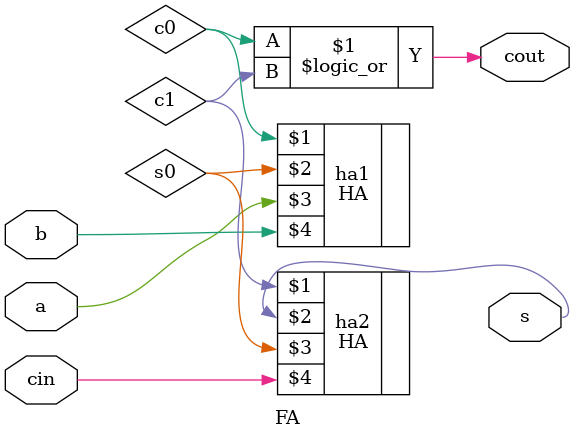
<source format=v>
module FA(output cout, output s, input a, input b, input cin);
    wire s0, c0, c1;
    HA ha1(c0,s0,a,b);
    HA ha2(c1,s,s0,cin);
    assign
        cout = c0 || c1;
endmodule
</source>
